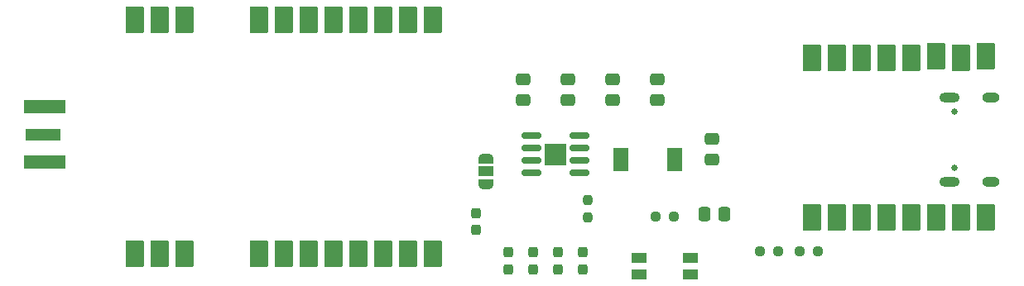
<source format=gbr>
%TF.GenerationSoftware,KiCad,Pcbnew,6.0.11+dfsg-1*%
%TF.CreationDate,2025-12-30T09:46:07+02:00*%
%TF.ProjectId,esp32_loraprs_c3,65737033-325f-46c6-9f72-617072735f63,rev?*%
%TF.SameCoordinates,Original*%
%TF.FileFunction,Soldermask,Top*%
%TF.FilePolarity,Negative*%
%FSLAX46Y46*%
G04 Gerber Fmt 4.6, Leading zero omitted, Abs format (unit mm)*
G04 Created by KiCad (PCBNEW 6.0.11+dfsg-1) date 2025-12-30 09:46:07*
%MOMM*%
%LPD*%
G01*
G04 APERTURE LIST*
G04 Aperture macros list*
%AMRoundRect*
0 Rectangle with rounded corners*
0 $1 Rounding radius*
0 $2 $3 $4 $5 $6 $7 $8 $9 X,Y pos of 4 corners*
0 Add a 4 corners polygon primitive as box body*
4,1,4,$2,$3,$4,$5,$6,$7,$8,$9,$2,$3,0*
0 Add four circle primitives for the rounded corners*
1,1,$1+$1,$2,$3*
1,1,$1+$1,$4,$5*
1,1,$1+$1,$6,$7*
1,1,$1+$1,$8,$9*
0 Add four rect primitives between the rounded corners*
20,1,$1+$1,$2,$3,$4,$5,0*
20,1,$1+$1,$4,$5,$6,$7,0*
20,1,$1+$1,$6,$7,$8,$9,0*
20,1,$1+$1,$8,$9,$2,$3,0*%
%AMFreePoly0*
4,1,22,0.550000,-0.750000,0.000000,-0.750000,0.000000,-0.745033,-0.079941,-0.743568,-0.215256,-0.701293,-0.333266,-0.622738,-0.424486,-0.514219,-0.481581,-0.384460,-0.499164,-0.250000,-0.500000,-0.250000,-0.500000,0.250000,-0.499164,0.250000,-0.499963,0.256109,-0.478152,0.396186,-0.417904,0.524511,-0.324060,0.630769,-0.204165,0.706417,-0.067858,0.745374,0.000000,0.744959,0.000000,0.750000,
0.550000,0.750000,0.550000,-0.750000,0.550000,-0.750000,$1*%
%AMFreePoly1*
4,1,20,0.000000,0.744959,0.073905,0.744508,0.209726,0.703889,0.328688,0.626782,0.421226,0.519385,0.479903,0.390333,0.500000,0.250000,0.500000,-0.250000,0.499851,-0.262216,0.476331,-0.402017,0.414519,-0.529596,0.319384,-0.634700,0.198574,-0.708877,0.061801,-0.746166,0.000000,-0.745033,0.000000,-0.750000,-0.550000,-0.750000,-0.550000,0.750000,0.000000,0.750000,0.000000,0.744959,
0.000000,0.744959,$1*%
G04 Aperture macros list end*
%ADD10RoundRect,0.250000X0.475000X-0.337500X0.475000X0.337500X-0.475000X0.337500X-0.475000X-0.337500X0*%
%ADD11RoundRect,0.237500X-0.237500X0.287500X-0.237500X-0.287500X0.237500X-0.287500X0.237500X0.287500X0*%
%ADD12RoundRect,0.237500X-0.237500X0.300000X-0.237500X-0.300000X0.237500X-0.300000X0.237500X0.300000X0*%
%ADD13RoundRect,0.237500X-0.237500X0.250000X-0.237500X-0.250000X0.237500X-0.250000X0.237500X0.250000X0*%
%ADD14RoundRect,0.250000X-0.337500X-0.475000X0.337500X-0.475000X0.337500X0.475000X-0.337500X0.475000X0*%
%ADD15RoundRect,0.237500X-0.250000X-0.237500X0.250000X-0.237500X0.250000X0.237500X-0.250000X0.237500X0*%
%ADD16R,3.600000X1.270000*%
%ADD17R,4.200000X1.350000*%
%ADD18RoundRect,0.237500X0.250000X0.237500X-0.250000X0.237500X-0.250000X-0.237500X0.250000X-0.237500X0*%
%ADD19RoundRect,0.237500X0.237500X-0.287500X0.237500X0.287500X-0.237500X0.287500X-0.237500X-0.287500X0*%
%ADD20RoundRect,0.101600X0.850000X1.250000X-0.850000X1.250000X-0.850000X-1.250000X0.850000X-1.250000X0*%
%ADD21RoundRect,0.150000X-0.825000X-0.150000X0.825000X-0.150000X0.825000X0.150000X-0.825000X0.150000X0*%
%ADD22R,2.300000X2.300000*%
%ADD23R,1.550000X1.000000*%
%ADD24FreePoly0,90.000000*%
%ADD25R,1.500000X1.000000*%
%ADD26FreePoly1,90.000000*%
%ADD27R,1.500000X2.400000*%
%ADD28C,0.650000*%
%ADD29O,2.100000X1.000000*%
%ADD30O,1.800000X1.000000*%
G04 APERTURE END LIST*
D10*
%TO.C,C5*%
X124968000Y-66315500D03*
X124968000Y-64240500D03*
%TD*%
D11*
%TO.C,D2*%
X116840000Y-81929000D03*
X116840000Y-83679000D03*
%TD*%
D12*
%TO.C,C2*%
X110998000Y-77877500D03*
X110998000Y-79602500D03*
%TD*%
D13*
%TO.C,R4*%
X122428000Y-76557500D03*
X122428000Y-78382500D03*
%TD*%
D14*
%TO.C,C7*%
X134323000Y-77978000D03*
X136398000Y-77978000D03*
%TD*%
D15*
%TO.C,R1*%
X140057500Y-81788000D03*
X141882500Y-81788000D03*
%TD*%
D16*
%TO.C,J1*%
X66692500Y-69850000D03*
D17*
X66892500Y-67025000D03*
X66892500Y-72675000D03*
%TD*%
D18*
%TO.C,R5*%
X131214500Y-78232000D03*
X129389500Y-78232000D03*
%TD*%
D19*
%TO.C,D1*%
X114300000Y-83679000D03*
X114300000Y-81929000D03*
%TD*%
D10*
%TO.C,C3*%
X115824000Y-66315500D03*
X115824000Y-64240500D03*
%TD*%
%TO.C,C9*%
X135128000Y-72411500D03*
X135128000Y-70336500D03*
%TD*%
D20*
%TO.C,U1*%
X145359500Y-78359000D03*
X147899500Y-78359000D03*
X150439500Y-78359000D03*
X152939500Y-78359000D03*
X155479500Y-78359000D03*
X158019500Y-78359000D03*
X160559500Y-78359000D03*
X163099500Y-78359000D03*
X163099500Y-61849000D03*
X160559500Y-61979000D03*
X158019500Y-61849000D03*
X155479500Y-61979000D03*
X152939500Y-61979000D03*
X150439500Y-61979000D03*
X147899500Y-61979000D03*
X145359500Y-61979000D03*
%TD*%
%TO.C,U2*%
X76126000Y-82104000D03*
X78666000Y-82104000D03*
X81206000Y-82104000D03*
X88806000Y-82104000D03*
X91346000Y-82104000D03*
X93886000Y-82104000D03*
X96426000Y-82104000D03*
X98966000Y-82104000D03*
X101506000Y-82104000D03*
X104046000Y-82104000D03*
X106586000Y-82104000D03*
X106586000Y-58104000D03*
X104046000Y-58104000D03*
X101506000Y-58104000D03*
X98966000Y-58104000D03*
X96426000Y-58104000D03*
X93886000Y-58104000D03*
X91346000Y-58104000D03*
X88806000Y-58104000D03*
X81206000Y-58104000D03*
X78666000Y-58104000D03*
X76126000Y-58104000D03*
%TD*%
D11*
%TO.C,D4*%
X121920000Y-81929000D03*
X121920000Y-83679000D03*
%TD*%
D21*
%TO.C,U3*%
X116651000Y-69977000D03*
X116651000Y-71247000D03*
X116651000Y-72517000D03*
X116651000Y-73787000D03*
X121601000Y-73787000D03*
X121601000Y-72517000D03*
X121601000Y-71247000D03*
X121601000Y-69977000D03*
D22*
X119126000Y-71882000D03*
%TD*%
D23*
%TO.C,SW1*%
X127677000Y-84170000D03*
X132927000Y-84170000D03*
X132927000Y-82470000D03*
X127677000Y-82470000D03*
%TD*%
D19*
%TO.C,D3*%
X119380000Y-83679000D03*
X119380000Y-81929000D03*
%TD*%
D24*
%TO.C,JP1*%
X112014000Y-74930000D03*
D25*
X112014000Y-73630000D03*
D26*
X112014000Y-72330000D03*
%TD*%
D10*
%TO.C,C6*%
X120396000Y-66315500D03*
X120396000Y-64240500D03*
%TD*%
D27*
%TO.C,L1*%
X125774000Y-72390000D03*
X131274000Y-72390000D03*
%TD*%
D15*
%TO.C,R2*%
X144121500Y-81788000D03*
X145946500Y-81788000D03*
%TD*%
D10*
%TO.C,C8*%
X129540000Y-66315500D03*
X129540000Y-64240500D03*
%TD*%
D28*
%TO.C,J2*%
X159955000Y-67468000D03*
X159955000Y-73248000D03*
D29*
X159435000Y-66038000D03*
X159435000Y-74678000D03*
D30*
X163635000Y-74678000D03*
X163635000Y-66038000D03*
%TD*%
M02*

</source>
